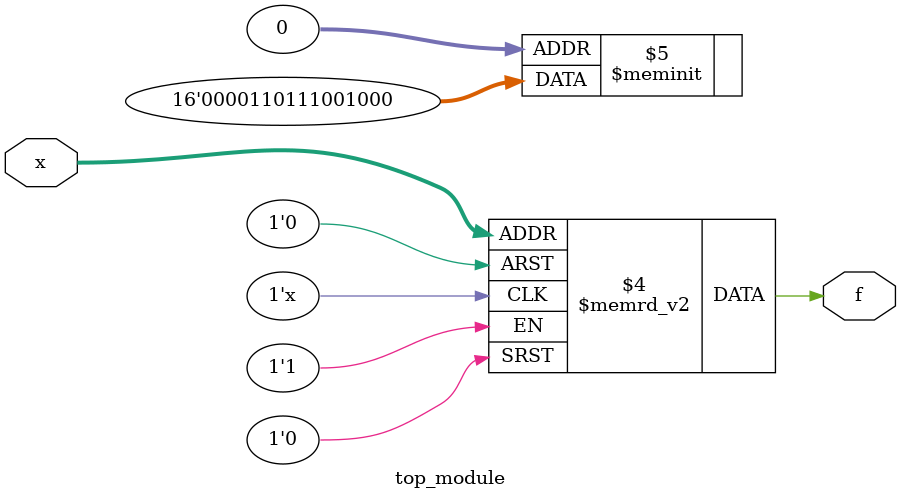
<source format=sv>
module top_module (
    input [4:1] x,
    output logic f
);

always_comb begin
    case (x)
        4'b0000: f = 1'b0; // Treat 0000 as don't-care
        4'b0001: f = 1'b0;
        4'b0010: f = 1'b0; // Treat 0010 as don't-care
        4'b0011: f = 1'b1;
        4'b0100: f = 1'b0; // Treat 0100 as don't-care
        4'b0101: f = 1'b0;
        4'b0110: f = 1'b1; // Treat 0110 as don't-care
        4'b0111: f = 1'b1;
        4'b1000: f = 1'b1; // Treat 1000 as don't-care
        4'b1001: f = 1'b0;
        4'b1010: f = 1'b1; // Treat 1010 as don't-care
        4'b1011: f = 1'b1;
        4'b1100: f = 1'b0; // Treat 1100 as don't-care
        4'b1101: f = 1'b0;
        4'b1110: f = 1'b0; // Treat 1110 as don't-care
        4'b1111: f = 1'b0;
    endcase
end

endmodule

</source>
